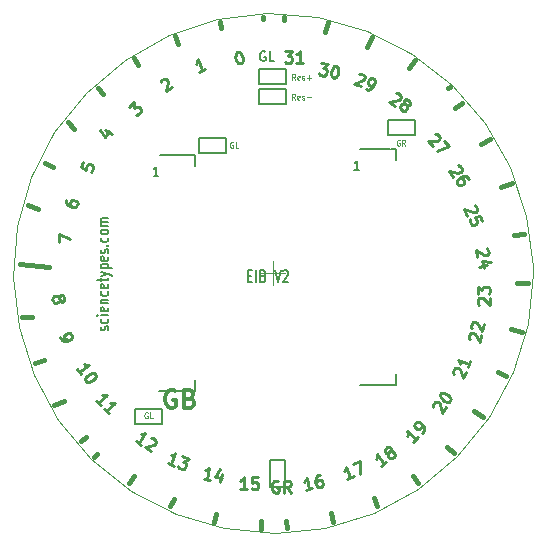
<source format=gto>
G04 (created by PCBNEW-RS274X (2012-apr-16-27)-stable) date Tue 25 Mar 2014 08:58:53 PM EDT*
G01*
G70*
G90*
%MOIN*%
G04 Gerber Fmt 3.4, Leading zero omitted, Abs format*
%FSLAX34Y34*%
G04 APERTURE LIST*
%ADD10C,0.006000*%
%ADD11C,0.007400*%
%ADD12C,0.015000*%
%ADD13C,0.000400*%
%ADD14C,0.005000*%
%ADD15C,0.007900*%
%ADD16C,0.004500*%
%ADD17C,0.012000*%
%ADD18C,0.009900*%
G04 APERTURE END LIST*
G54D10*
G54D11*
X33871Y-41276D02*
X33889Y-41248D01*
X33889Y-41192D01*
X33871Y-41163D01*
X33833Y-41149D01*
X33814Y-41149D01*
X33777Y-41163D01*
X33758Y-41192D01*
X33758Y-41234D01*
X33739Y-41262D01*
X33702Y-41276D01*
X33683Y-41276D01*
X33646Y-41262D01*
X33627Y-41234D01*
X33627Y-41192D01*
X33646Y-41163D01*
X33871Y-40896D02*
X33889Y-40924D01*
X33889Y-40981D01*
X33871Y-41009D01*
X33852Y-41023D01*
X33814Y-41037D01*
X33702Y-41037D01*
X33664Y-41023D01*
X33646Y-41009D01*
X33627Y-40981D01*
X33627Y-40924D01*
X33646Y-40896D01*
X33889Y-40770D02*
X33627Y-40770D01*
X33495Y-40770D02*
X33514Y-40784D01*
X33533Y-40770D01*
X33514Y-40756D01*
X33495Y-40770D01*
X33533Y-40770D01*
X33871Y-40517D02*
X33889Y-40545D01*
X33889Y-40602D01*
X33871Y-40630D01*
X33833Y-40644D01*
X33683Y-40644D01*
X33646Y-40630D01*
X33627Y-40602D01*
X33627Y-40545D01*
X33646Y-40517D01*
X33683Y-40503D01*
X33721Y-40503D01*
X33758Y-40644D01*
X33627Y-40377D02*
X33889Y-40377D01*
X33664Y-40377D02*
X33646Y-40363D01*
X33627Y-40335D01*
X33627Y-40292D01*
X33646Y-40264D01*
X33683Y-40250D01*
X33889Y-40250D01*
X33871Y-39983D02*
X33889Y-40011D01*
X33889Y-40068D01*
X33871Y-40096D01*
X33852Y-40110D01*
X33814Y-40124D01*
X33702Y-40124D01*
X33664Y-40110D01*
X33646Y-40096D01*
X33627Y-40068D01*
X33627Y-40011D01*
X33646Y-39983D01*
X33871Y-39744D02*
X33889Y-39772D01*
X33889Y-39829D01*
X33871Y-39857D01*
X33833Y-39871D01*
X33683Y-39871D01*
X33646Y-39857D01*
X33627Y-39829D01*
X33627Y-39772D01*
X33646Y-39744D01*
X33683Y-39730D01*
X33721Y-39730D01*
X33758Y-39871D01*
X33627Y-39646D02*
X33627Y-39534D01*
X33495Y-39604D02*
X33833Y-39604D01*
X33871Y-39590D01*
X33889Y-39562D01*
X33889Y-39534D01*
X33627Y-39463D02*
X33889Y-39393D01*
X33627Y-39322D02*
X33889Y-39393D01*
X33983Y-39421D01*
X34002Y-39435D01*
X34021Y-39463D01*
X33627Y-39210D02*
X34021Y-39210D01*
X33646Y-39210D02*
X33627Y-39182D01*
X33627Y-39125D01*
X33646Y-39097D01*
X33664Y-39083D01*
X33702Y-39069D01*
X33814Y-39069D01*
X33852Y-39083D01*
X33871Y-39097D01*
X33889Y-39125D01*
X33889Y-39182D01*
X33871Y-39210D01*
X33871Y-38830D02*
X33889Y-38858D01*
X33889Y-38915D01*
X33871Y-38943D01*
X33833Y-38957D01*
X33683Y-38957D01*
X33646Y-38943D01*
X33627Y-38915D01*
X33627Y-38858D01*
X33646Y-38830D01*
X33683Y-38816D01*
X33721Y-38816D01*
X33758Y-38957D01*
X33871Y-38704D02*
X33889Y-38676D01*
X33889Y-38620D01*
X33871Y-38591D01*
X33833Y-38577D01*
X33814Y-38577D01*
X33777Y-38591D01*
X33758Y-38620D01*
X33758Y-38662D01*
X33739Y-38690D01*
X33702Y-38704D01*
X33683Y-38704D01*
X33646Y-38690D01*
X33627Y-38662D01*
X33627Y-38620D01*
X33646Y-38591D01*
X33852Y-38451D02*
X33871Y-38437D01*
X33889Y-38451D01*
X33871Y-38465D01*
X33852Y-38451D01*
X33889Y-38451D01*
X33871Y-38184D02*
X33889Y-38212D01*
X33889Y-38269D01*
X33871Y-38297D01*
X33852Y-38311D01*
X33814Y-38325D01*
X33702Y-38325D01*
X33664Y-38311D01*
X33646Y-38297D01*
X33627Y-38269D01*
X33627Y-38212D01*
X33646Y-38184D01*
X33889Y-38016D02*
X33871Y-38044D01*
X33852Y-38058D01*
X33814Y-38072D01*
X33702Y-38072D01*
X33664Y-38058D01*
X33646Y-38044D01*
X33627Y-38016D01*
X33627Y-37973D01*
X33646Y-37945D01*
X33664Y-37931D01*
X33702Y-37917D01*
X33814Y-37917D01*
X33852Y-37931D01*
X33871Y-37945D01*
X33889Y-37973D01*
X33889Y-38016D01*
X33889Y-37791D02*
X33627Y-37791D01*
X33664Y-37791D02*
X33646Y-37777D01*
X33627Y-37749D01*
X33627Y-37706D01*
X33646Y-37678D01*
X33683Y-37664D01*
X33889Y-37664D01*
X33683Y-37664D02*
X33646Y-37650D01*
X33627Y-37622D01*
X33627Y-37580D01*
X33646Y-37552D01*
X33683Y-37538D01*
X33889Y-37538D01*
X38543Y-39461D02*
X38642Y-39461D01*
X38684Y-39667D02*
X38543Y-39667D01*
X38543Y-39273D01*
X38684Y-39273D01*
X38810Y-39667D02*
X38810Y-39273D01*
X39049Y-39461D02*
X39091Y-39480D01*
X39105Y-39499D01*
X39119Y-39536D01*
X39119Y-39592D01*
X39105Y-39630D01*
X39091Y-39649D01*
X39063Y-39667D01*
X38950Y-39667D01*
X38950Y-39273D01*
X39049Y-39273D01*
X39077Y-39292D01*
X39091Y-39311D01*
X39105Y-39349D01*
X39105Y-39386D01*
X39091Y-39424D01*
X39077Y-39442D01*
X39049Y-39461D01*
X38950Y-39461D01*
X39428Y-39273D02*
X39526Y-39667D01*
X39625Y-39273D01*
X39709Y-39311D02*
X39723Y-39292D01*
X39751Y-39273D01*
X39822Y-39273D01*
X39850Y-39292D01*
X39864Y-39311D01*
X39878Y-39349D01*
X39878Y-39386D01*
X39864Y-39442D01*
X39695Y-39667D01*
X39878Y-39667D01*
G54D12*
X41102Y-31339D02*
X41201Y-31004D01*
X42520Y-31831D02*
X42677Y-31516D01*
X43898Y-32520D02*
X44114Y-32283D01*
X45217Y-33209D02*
X45276Y-33150D01*
X45453Y-33878D02*
X45669Y-33701D01*
X46299Y-35079D02*
X46594Y-34902D01*
X46969Y-36496D02*
X47343Y-36378D01*
X47421Y-38091D02*
X47756Y-38051D01*
X47500Y-39705D02*
X47874Y-39705D01*
X47303Y-41220D02*
X47677Y-41319D01*
X46890Y-42657D02*
X47146Y-42815D01*
X46083Y-43976D02*
X46378Y-44154D01*
X45177Y-45177D02*
X45413Y-45374D01*
X44055Y-46142D02*
X44193Y-46378D01*
X42736Y-46870D02*
X42835Y-47126D01*
X41319Y-47382D02*
X41378Y-47657D01*
X39823Y-47638D02*
X39843Y-47874D01*
X38957Y-47894D02*
X38957Y-47874D01*
X38957Y-47638D02*
X38957Y-47894D01*
X37461Y-47402D02*
X37402Y-47657D01*
X36063Y-46890D02*
X35925Y-47146D01*
X34744Y-46142D02*
X34567Y-46358D01*
X33504Y-45413D02*
X33406Y-45512D01*
X33130Y-44823D02*
X32972Y-44961D01*
X32421Y-43622D02*
X32087Y-43760D01*
X31732Y-42283D02*
X31437Y-42382D01*
X31339Y-40827D02*
X31004Y-40846D01*
X31909Y-39173D02*
X30925Y-39075D01*
X31555Y-37244D02*
X31220Y-37106D01*
X32047Y-35827D02*
X31772Y-35689D01*
X32756Y-34567D02*
X32539Y-34331D01*
X33701Y-33406D02*
X33543Y-33189D01*
X34882Y-32441D02*
X34744Y-32205D01*
X36220Y-31732D02*
X36102Y-31457D01*
X37638Y-31201D02*
X37618Y-31004D01*
X39055Y-30906D02*
X39055Y-30827D01*
X39724Y-30945D02*
X39744Y-30846D01*
G54D13*
X38976Y-39370D02*
X39764Y-39370D01*
X39370Y-38976D02*
X39370Y-39764D01*
X48032Y-39370D02*
X47867Y-41052D01*
X47378Y-42670D01*
X46584Y-44163D01*
X45516Y-45473D01*
X44213Y-46551D01*
X42726Y-47355D01*
X41111Y-47855D01*
X39430Y-48031D01*
X37747Y-47878D01*
X36126Y-47401D01*
X34628Y-46618D01*
X33310Y-45558D01*
X32223Y-44263D01*
X31409Y-42782D01*
X30898Y-41170D01*
X30709Y-39490D01*
X30851Y-37807D01*
X31317Y-36182D01*
X32090Y-34678D01*
X33140Y-33353D01*
X34427Y-32258D01*
X35903Y-31433D01*
X37510Y-30911D01*
X39189Y-30710D01*
X40874Y-30840D01*
X42502Y-31295D01*
X44011Y-32057D01*
X45343Y-33098D01*
X46448Y-34377D01*
X47283Y-35847D01*
X47816Y-37451D01*
X48028Y-39129D01*
X48032Y-39370D01*
G54D14*
X38910Y-33234D02*
X39810Y-33234D01*
X39810Y-33234D02*
X39810Y-33734D01*
X39810Y-33734D02*
X38910Y-33734D01*
X38910Y-33734D02*
X38910Y-33234D01*
X38910Y-32575D02*
X39810Y-32575D01*
X39810Y-32575D02*
X39810Y-33075D01*
X39810Y-33075D02*
X38910Y-33075D01*
X38910Y-33075D02*
X38910Y-32575D01*
X44092Y-34778D02*
X43192Y-34778D01*
X43192Y-34778D02*
X43192Y-34278D01*
X43192Y-34278D02*
X44092Y-34278D01*
X44092Y-34278D02*
X44092Y-34778D01*
X37793Y-35368D02*
X36893Y-35368D01*
X36893Y-35368D02*
X36893Y-34868D01*
X36893Y-34868D02*
X37793Y-34868D01*
X37793Y-34868D02*
X37793Y-35368D01*
X35667Y-44384D02*
X34767Y-44384D01*
X34767Y-44384D02*
X34767Y-43884D01*
X34767Y-43884D02*
X35667Y-43884D01*
X35667Y-43884D02*
X35667Y-44384D01*
X39258Y-46513D02*
X39258Y-45613D01*
X39258Y-45613D02*
X39758Y-45613D01*
X39758Y-45613D02*
X39758Y-46513D01*
X39758Y-46513D02*
X39258Y-46513D01*
G54D15*
X36615Y-43307D02*
X35571Y-43307D01*
X36595Y-35433D02*
X35591Y-35433D01*
X35512Y-36122D02*
X35532Y-36122D01*
X35394Y-36122D02*
X35512Y-36122D01*
X35473Y-35826D02*
X35414Y-35886D01*
X35473Y-35846D02*
X35473Y-36102D01*
X36772Y-43306D02*
X36772Y-42932D01*
X36615Y-43306D02*
X36772Y-43306D01*
X36615Y-35433D02*
X36772Y-35433D01*
X36772Y-35433D02*
X36772Y-35807D01*
X43308Y-43110D02*
X42264Y-43110D01*
X43288Y-35236D02*
X42284Y-35236D01*
X42205Y-35925D02*
X42225Y-35925D01*
X42087Y-35925D02*
X42205Y-35925D01*
X42166Y-35629D02*
X42107Y-35689D01*
X42166Y-35649D02*
X42166Y-35905D01*
X43465Y-43109D02*
X43465Y-42735D01*
X43308Y-43109D02*
X43465Y-43109D01*
X43308Y-35236D02*
X43465Y-35236D01*
X43465Y-35236D02*
X43465Y-35610D01*
G54D16*
X40120Y-33584D02*
X40060Y-33489D01*
X40017Y-33584D02*
X40017Y-33384D01*
X40085Y-33384D01*
X40103Y-33393D01*
X40111Y-33403D01*
X40120Y-33422D01*
X40120Y-33451D01*
X40111Y-33470D01*
X40103Y-33479D01*
X40085Y-33489D01*
X40017Y-33489D01*
X40265Y-33574D02*
X40248Y-33584D01*
X40214Y-33584D01*
X40197Y-33574D01*
X40188Y-33555D01*
X40188Y-33479D01*
X40197Y-33460D01*
X40214Y-33451D01*
X40248Y-33451D01*
X40265Y-33460D01*
X40274Y-33479D01*
X40274Y-33498D01*
X40188Y-33517D01*
X40342Y-33574D02*
X40359Y-33584D01*
X40394Y-33584D01*
X40411Y-33574D01*
X40419Y-33555D01*
X40419Y-33546D01*
X40411Y-33527D01*
X40394Y-33517D01*
X40368Y-33517D01*
X40351Y-33508D01*
X40342Y-33489D01*
X40342Y-33479D01*
X40351Y-33460D01*
X40368Y-33451D01*
X40394Y-33451D01*
X40411Y-33460D01*
X40497Y-33508D02*
X40634Y-33508D01*
X40120Y-32926D02*
X40060Y-32831D01*
X40017Y-32926D02*
X40017Y-32726D01*
X40085Y-32726D01*
X40103Y-32735D01*
X40111Y-32745D01*
X40120Y-32764D01*
X40120Y-32793D01*
X40111Y-32812D01*
X40103Y-32821D01*
X40085Y-32831D01*
X40017Y-32831D01*
X40265Y-32916D02*
X40248Y-32926D01*
X40214Y-32926D01*
X40197Y-32916D01*
X40188Y-32897D01*
X40188Y-32821D01*
X40197Y-32802D01*
X40214Y-32793D01*
X40248Y-32793D01*
X40265Y-32802D01*
X40274Y-32821D01*
X40274Y-32840D01*
X40188Y-32859D01*
X40342Y-32916D02*
X40359Y-32926D01*
X40394Y-32926D01*
X40411Y-32916D01*
X40419Y-32897D01*
X40419Y-32888D01*
X40411Y-32869D01*
X40394Y-32859D01*
X40368Y-32859D01*
X40351Y-32850D01*
X40342Y-32831D01*
X40342Y-32821D01*
X40351Y-32802D01*
X40368Y-32793D01*
X40394Y-32793D01*
X40411Y-32802D01*
X40497Y-32850D02*
X40634Y-32850D01*
X40565Y-32926D02*
X40565Y-32774D01*
G54D17*
X36117Y-43293D02*
X36060Y-43265D01*
X35974Y-43265D01*
X35889Y-43293D01*
X35831Y-43351D01*
X35803Y-43408D01*
X35774Y-43522D01*
X35774Y-43608D01*
X35803Y-43722D01*
X35831Y-43779D01*
X35889Y-43836D01*
X35974Y-43865D01*
X36031Y-43865D01*
X36117Y-43836D01*
X36146Y-43808D01*
X36146Y-43608D01*
X36031Y-43608D01*
X36603Y-43551D02*
X36689Y-43579D01*
X36717Y-43608D01*
X36746Y-43665D01*
X36746Y-43751D01*
X36717Y-43808D01*
X36689Y-43836D01*
X36631Y-43865D01*
X36403Y-43865D01*
X36403Y-43265D01*
X36603Y-43265D01*
X36660Y-43293D01*
X36689Y-43322D01*
X36717Y-43379D01*
X36717Y-43436D01*
X36689Y-43493D01*
X36660Y-43522D01*
X36603Y-43551D01*
X36403Y-43551D01*
G54D18*
X39552Y-46310D02*
X39515Y-46291D01*
X39458Y-46291D01*
X39402Y-46310D01*
X39365Y-46348D01*
X39346Y-46385D01*
X39327Y-46460D01*
X39327Y-46517D01*
X39346Y-46592D01*
X39365Y-46629D01*
X39402Y-46667D01*
X39458Y-46685D01*
X39496Y-46685D01*
X39552Y-46667D01*
X39571Y-46648D01*
X39571Y-46517D01*
X39496Y-46517D01*
X39965Y-46685D02*
X39834Y-46498D01*
X39740Y-46685D02*
X39740Y-46291D01*
X39890Y-46291D01*
X39927Y-46310D01*
X39946Y-46329D01*
X39965Y-46367D01*
X39965Y-46423D01*
X39946Y-46460D01*
X39927Y-46479D01*
X39890Y-46498D01*
X39740Y-46498D01*
G54D16*
X43599Y-34930D02*
X43582Y-34921D01*
X43556Y-34921D01*
X43531Y-34930D01*
X43513Y-34950D01*
X43505Y-34969D01*
X43496Y-35007D01*
X43496Y-35035D01*
X43505Y-35073D01*
X43513Y-35092D01*
X43531Y-35111D01*
X43556Y-35121D01*
X43573Y-35121D01*
X43599Y-35111D01*
X43608Y-35102D01*
X43608Y-35035D01*
X43573Y-35035D01*
X43788Y-35121D02*
X43728Y-35026D01*
X43685Y-35121D02*
X43685Y-34921D01*
X43753Y-34921D01*
X43771Y-34930D01*
X43779Y-34940D01*
X43788Y-34959D01*
X43788Y-34988D01*
X43779Y-35007D01*
X43771Y-35016D01*
X43753Y-35026D01*
X43685Y-35026D01*
X38046Y-35008D02*
X38029Y-34999D01*
X38003Y-34999D01*
X37978Y-35008D01*
X37960Y-35028D01*
X37952Y-35047D01*
X37943Y-35085D01*
X37943Y-35113D01*
X37952Y-35151D01*
X37960Y-35170D01*
X37978Y-35189D01*
X38003Y-35199D01*
X38020Y-35199D01*
X38046Y-35189D01*
X38055Y-35180D01*
X38055Y-35113D01*
X38020Y-35113D01*
X38218Y-35199D02*
X38132Y-35199D01*
X38132Y-34999D01*
X35191Y-44024D02*
X35174Y-44015D01*
X35148Y-44015D01*
X35123Y-44024D01*
X35105Y-44044D01*
X35097Y-44063D01*
X35088Y-44101D01*
X35088Y-44129D01*
X35097Y-44167D01*
X35105Y-44186D01*
X35123Y-44205D01*
X35148Y-44215D01*
X35165Y-44215D01*
X35191Y-44205D01*
X35200Y-44196D01*
X35200Y-44129D01*
X35165Y-44129D01*
X35363Y-44215D02*
X35277Y-44215D01*
X35277Y-44015D01*
G54D18*
X33776Y-34604D02*
X33993Y-34749D01*
X33599Y-34598D02*
X33780Y-34833D01*
X33916Y-34630D01*
X38508Y-46576D02*
X38283Y-46576D01*
X38396Y-46576D02*
X38396Y-46182D01*
X38358Y-46239D01*
X38321Y-46276D01*
X38283Y-46295D01*
X38864Y-46182D02*
X38677Y-46182D01*
X38658Y-46370D01*
X38677Y-46351D01*
X38714Y-46333D01*
X38808Y-46333D01*
X38846Y-46351D01*
X38864Y-46370D01*
X38883Y-46408D01*
X38883Y-46501D01*
X38864Y-46539D01*
X38846Y-46558D01*
X38808Y-46576D01*
X38714Y-46576D01*
X38677Y-46558D01*
X38658Y-46539D01*
X37277Y-46263D02*
X37057Y-46219D01*
X37167Y-46241D02*
X37245Y-45855D01*
X37196Y-45903D01*
X37153Y-45932D01*
X37112Y-45944D01*
X37660Y-46073D02*
X37609Y-46329D01*
X37597Y-45907D02*
X37450Y-46164D01*
X37689Y-46212D01*
X36071Y-45787D02*
X35863Y-45701D01*
X35967Y-45744D02*
X36118Y-45380D01*
X36061Y-45418D01*
X36013Y-45438D01*
X35971Y-45441D01*
X36343Y-45473D02*
X36568Y-45567D01*
X36389Y-45656D01*
X36441Y-45677D01*
X36469Y-45709D01*
X36479Y-45733D01*
X36482Y-45775D01*
X36446Y-45861D01*
X36414Y-45889D01*
X36390Y-45900D01*
X36348Y-45902D01*
X36245Y-45859D01*
X36216Y-45828D01*
X36206Y-45803D01*
X34987Y-45090D02*
X34800Y-44965D01*
X34894Y-45028D02*
X35113Y-44701D01*
X35050Y-44727D01*
X34999Y-44737D01*
X34957Y-44732D01*
X35310Y-44878D02*
X35336Y-44873D01*
X35378Y-44878D01*
X35456Y-44930D01*
X35477Y-44967D01*
X35481Y-44993D01*
X35476Y-45035D01*
X35455Y-45066D01*
X35408Y-45101D01*
X35096Y-45163D01*
X35299Y-45299D01*
X33634Y-43779D02*
X33474Y-43620D01*
X33554Y-43700D02*
X33833Y-43422D01*
X33766Y-43435D01*
X33713Y-43435D01*
X33673Y-43422D01*
X33899Y-44045D02*
X33740Y-43885D01*
X33820Y-43965D02*
X34098Y-43687D01*
X34031Y-43700D01*
X33979Y-43700D01*
X33938Y-43687D01*
X32976Y-42743D02*
X32851Y-42556D01*
X32914Y-42650D02*
X33242Y-42431D01*
X33173Y-42431D01*
X33122Y-42421D01*
X33085Y-42400D01*
X33439Y-42727D02*
X33460Y-42758D01*
X33465Y-42800D01*
X33460Y-42826D01*
X33438Y-42863D01*
X33386Y-42920D01*
X33309Y-42972D01*
X33236Y-42997D01*
X33194Y-43003D01*
X33168Y-42998D01*
X33132Y-42977D01*
X33111Y-42946D01*
X33105Y-42904D01*
X33111Y-42879D01*
X33132Y-42842D01*
X33184Y-42784D01*
X33261Y-42733D01*
X33334Y-42707D01*
X33377Y-42702D01*
X33402Y-42706D01*
X33439Y-42727D01*
X32266Y-41508D02*
X32294Y-41578D01*
X32325Y-41605D01*
X32350Y-41615D01*
X32416Y-41628D01*
X32493Y-41617D01*
X32631Y-41560D01*
X32659Y-41527D01*
X32670Y-41504D01*
X32673Y-41461D01*
X32644Y-41392D01*
X32612Y-41365D01*
X32587Y-41355D01*
X32545Y-41352D01*
X32459Y-41387D01*
X32431Y-41419D01*
X32421Y-41444D01*
X32419Y-41485D01*
X32447Y-41555D01*
X32478Y-41583D01*
X32503Y-41592D01*
X32545Y-41595D01*
X32243Y-40187D02*
X32253Y-40147D01*
X32268Y-40125D01*
X32302Y-40099D01*
X32319Y-40095D01*
X32360Y-40107D01*
X32383Y-40121D01*
X32408Y-40154D01*
X32423Y-40228D01*
X32412Y-40269D01*
X32397Y-40290D01*
X32363Y-40316D01*
X32345Y-40319D01*
X32304Y-40308D01*
X32282Y-40294D01*
X32257Y-40260D01*
X32243Y-40187D01*
X32217Y-40154D01*
X32194Y-40139D01*
X32154Y-40128D01*
X32081Y-40142D01*
X32047Y-40168D01*
X32032Y-40191D01*
X32022Y-40231D01*
X32036Y-40304D01*
X32061Y-40338D01*
X32084Y-40352D01*
X32125Y-40363D01*
X32198Y-40349D01*
X32231Y-40323D01*
X32246Y-40301D01*
X32257Y-40260D01*
X32226Y-38340D02*
X32226Y-38077D01*
X32620Y-38246D01*
X32481Y-36926D02*
X32467Y-37000D01*
X32478Y-37041D01*
X32493Y-37063D01*
X32541Y-37111D01*
X32610Y-37144D01*
X32757Y-37173D01*
X32798Y-37162D01*
X32821Y-37147D01*
X32846Y-37114D01*
X32860Y-37041D01*
X32850Y-37000D01*
X32835Y-36979D01*
X32802Y-36953D01*
X32710Y-36934D01*
X32669Y-36946D01*
X32647Y-36960D01*
X32622Y-36993D01*
X32607Y-37067D01*
X32618Y-37107D01*
X32633Y-37129D01*
X32666Y-37155D01*
X33047Y-35669D02*
X32975Y-35842D01*
X33142Y-35931D01*
X33131Y-35907D01*
X33129Y-35866D01*
X33165Y-35779D01*
X33196Y-35751D01*
X33221Y-35741D01*
X33263Y-35738D01*
X33349Y-35774D01*
X33377Y-35806D01*
X33387Y-35830D01*
X33389Y-35872D01*
X33353Y-35959D01*
X33323Y-35986D01*
X33298Y-35996D01*
X34564Y-33843D02*
X34737Y-33671D01*
X34751Y-33870D01*
X34790Y-33831D01*
X34830Y-33817D01*
X34856Y-33817D01*
X34897Y-33831D01*
X34962Y-33896D01*
X34976Y-33937D01*
X34976Y-33963D01*
X34962Y-34003D01*
X34883Y-34082D01*
X34844Y-34096D01*
X34817Y-34096D01*
X35625Y-33008D02*
X35630Y-32982D01*
X35650Y-32946D01*
X35728Y-32893D01*
X35770Y-32888D01*
X35796Y-32894D01*
X35833Y-32915D01*
X35853Y-32946D01*
X35869Y-33003D01*
X35806Y-33315D01*
X36009Y-33180D01*
X37114Y-32565D02*
X36906Y-32651D01*
X37011Y-32608D02*
X36860Y-32244D01*
X36847Y-32311D01*
X36827Y-32359D01*
X36799Y-32391D01*
X38185Y-31997D02*
X38221Y-31990D01*
X38262Y-32001D01*
X38284Y-32016D01*
X38309Y-32050D01*
X38343Y-32120D01*
X38361Y-32211D01*
X38357Y-32288D01*
X38346Y-32329D01*
X38331Y-32351D01*
X38298Y-32376D01*
X38261Y-32383D01*
X38220Y-32373D01*
X38199Y-32358D01*
X38173Y-32324D01*
X38140Y-32255D01*
X38122Y-32163D01*
X38126Y-32086D01*
X38137Y-32045D01*
X38151Y-32023D01*
X38185Y-31997D01*
X40973Y-32364D02*
X41213Y-32412D01*
X41054Y-32534D01*
X41109Y-32545D01*
X41143Y-32570D01*
X41157Y-32592D01*
X41168Y-32633D01*
X41150Y-32725D01*
X41124Y-32758D01*
X41103Y-32773D01*
X41062Y-32784D01*
X40952Y-32762D01*
X40918Y-32736D01*
X40903Y-32714D01*
X41452Y-32460D02*
X41488Y-32467D01*
X41522Y-32493D01*
X41537Y-32515D01*
X41547Y-32556D01*
X41551Y-32633D01*
X41532Y-32725D01*
X41499Y-32794D01*
X41474Y-32828D01*
X41452Y-32843D01*
X41411Y-32853D01*
X41375Y-32846D01*
X41341Y-32821D01*
X41327Y-32799D01*
X41316Y-32758D01*
X41312Y-32681D01*
X41330Y-32589D01*
X41363Y-32520D01*
X41389Y-32486D01*
X41411Y-32471D01*
X41452Y-32460D01*
X40684Y-46549D02*
X40464Y-46592D01*
X40574Y-46570D02*
X40498Y-46184D01*
X40472Y-46247D01*
X40443Y-46291D01*
X40409Y-46317D01*
X40939Y-46096D02*
X40866Y-46111D01*
X40832Y-46137D01*
X40817Y-46159D01*
X40792Y-46221D01*
X40788Y-46299D01*
X40817Y-46446D01*
X40843Y-46479D01*
X40865Y-46494D01*
X40905Y-46505D01*
X40979Y-46490D01*
X41012Y-46465D01*
X41026Y-46443D01*
X41038Y-46402D01*
X41020Y-46311D01*
X40994Y-46277D01*
X40972Y-46262D01*
X40931Y-46252D01*
X40858Y-46266D01*
X40825Y-46291D01*
X40810Y-46314D01*
X40799Y-46355D01*
X42059Y-46141D02*
X41851Y-46227D01*
X41955Y-46183D02*
X41804Y-45819D01*
X41791Y-45887D01*
X41771Y-45935D01*
X41743Y-45967D01*
X42029Y-45726D02*
X42272Y-45626D01*
X42266Y-46054D01*
X43156Y-45666D02*
X42969Y-45791D01*
X43063Y-45728D02*
X42844Y-45400D01*
X42844Y-45469D01*
X42834Y-45520D01*
X42813Y-45557D01*
X43218Y-45354D02*
X43177Y-45359D01*
X43151Y-45354D01*
X43114Y-45333D01*
X43104Y-45318D01*
X43099Y-45276D01*
X43104Y-45250D01*
X43124Y-45213D01*
X43187Y-45172D01*
X43229Y-45166D01*
X43254Y-45172D01*
X43291Y-45193D01*
X43301Y-45208D01*
X43307Y-45250D01*
X43302Y-45276D01*
X43281Y-45312D01*
X43218Y-45354D01*
X43198Y-45390D01*
X43193Y-45417D01*
X43197Y-45458D01*
X43239Y-45520D01*
X43276Y-45541D01*
X43302Y-45547D01*
X43343Y-45541D01*
X43405Y-45499D01*
X43427Y-45463D01*
X43431Y-45438D01*
X43426Y-45395D01*
X43385Y-45333D01*
X43348Y-45313D01*
X43323Y-45307D01*
X43281Y-45312D01*
X44213Y-44830D02*
X44054Y-44990D01*
X44134Y-44910D02*
X43856Y-44631D01*
X43869Y-44698D01*
X43869Y-44751D01*
X43856Y-44791D01*
X44346Y-44698D02*
X44399Y-44644D01*
X44413Y-44606D01*
X44413Y-44579D01*
X44399Y-44513D01*
X44360Y-44447D01*
X44254Y-44340D01*
X44213Y-44327D01*
X44187Y-44326D01*
X44147Y-44340D01*
X44094Y-44393D01*
X44081Y-44432D01*
X44081Y-44459D01*
X44095Y-44500D01*
X44160Y-44565D01*
X44201Y-44579D01*
X44228Y-44579D01*
X44266Y-44565D01*
X44319Y-44512D01*
X44334Y-44473D01*
X44333Y-44447D01*
X44319Y-44406D01*
X44707Y-43821D02*
X44702Y-43794D01*
X44707Y-43753D01*
X44759Y-43675D01*
X44796Y-43654D01*
X44822Y-43650D01*
X44864Y-43655D01*
X44895Y-43675D01*
X44931Y-43722D01*
X44993Y-44035D01*
X45128Y-43832D01*
X44937Y-43410D02*
X44957Y-43379D01*
X44994Y-43358D01*
X45021Y-43353D01*
X45062Y-43359D01*
X45135Y-43385D01*
X45212Y-43437D01*
X45264Y-43494D01*
X45286Y-43530D01*
X45291Y-43557D01*
X45285Y-43598D01*
X45264Y-43629D01*
X45228Y-43651D01*
X45202Y-43655D01*
X45160Y-43650D01*
X45087Y-43624D01*
X45010Y-43572D01*
X44958Y-43514D01*
X44937Y-43478D01*
X44931Y-43452D01*
X44937Y-43410D01*
X45392Y-42723D02*
X45382Y-42698D01*
X45379Y-42656D01*
X45414Y-42570D01*
X45447Y-42542D01*
X45471Y-42532D01*
X45513Y-42529D01*
X45548Y-42544D01*
X45592Y-42583D01*
X45714Y-42877D01*
X45807Y-42651D01*
X45951Y-42305D02*
X45865Y-42513D01*
X45908Y-42408D02*
X45544Y-42257D01*
X45582Y-42314D01*
X45602Y-42363D01*
X45605Y-42405D01*
X45929Y-41575D02*
X45914Y-41552D01*
X45903Y-41512D01*
X45921Y-41420D01*
X45947Y-41387D01*
X45969Y-41373D01*
X46010Y-41361D01*
X46047Y-41369D01*
X46098Y-41398D01*
X46274Y-41663D01*
X46322Y-41424D01*
X46003Y-41207D02*
X45988Y-41184D01*
X45976Y-41144D01*
X45995Y-41052D01*
X46021Y-41019D01*
X46043Y-41005D01*
X46084Y-40994D01*
X46120Y-41001D01*
X46171Y-41031D01*
X46348Y-41295D01*
X46396Y-41056D01*
X46240Y-40418D02*
X46221Y-40399D01*
X46202Y-40362D01*
X46202Y-40268D01*
X46221Y-40230D01*
X46240Y-40212D01*
X46278Y-40193D01*
X46315Y-40193D01*
X46371Y-40212D01*
X46596Y-40437D01*
X46596Y-40193D01*
X46202Y-40062D02*
X46202Y-39818D01*
X46353Y-39949D01*
X46353Y-39893D01*
X46371Y-39855D01*
X46390Y-39837D01*
X46428Y-39818D01*
X46521Y-39818D01*
X46559Y-39837D01*
X46578Y-39855D01*
X46596Y-39893D01*
X46596Y-40005D01*
X46578Y-40043D01*
X46559Y-40062D01*
X46493Y-38545D02*
X46515Y-38560D01*
X46541Y-38593D01*
X46559Y-38685D01*
X46548Y-38726D01*
X46533Y-38748D01*
X46499Y-38774D01*
X46463Y-38781D01*
X46404Y-38773D01*
X46140Y-38596D01*
X46187Y-38835D01*
X46510Y-39116D02*
X46253Y-39167D01*
X46639Y-38995D02*
X46345Y-38957D01*
X46392Y-39196D01*
X46091Y-37108D02*
X46116Y-37119D01*
X46148Y-37146D01*
X46184Y-37232D01*
X46181Y-37275D01*
X46170Y-37299D01*
X46142Y-37331D01*
X46108Y-37345D01*
X46049Y-37349D01*
X45755Y-37227D01*
X45848Y-37453D01*
X46349Y-37631D02*
X46277Y-37458D01*
X46096Y-37512D01*
X46121Y-37523D01*
X46152Y-37550D01*
X46188Y-37637D01*
X46186Y-37679D01*
X46175Y-37703D01*
X46147Y-37735D01*
X46061Y-37770D01*
X46019Y-37767D01*
X45994Y-37758D01*
X45963Y-37730D01*
X45927Y-37643D01*
X45930Y-37602D01*
X45940Y-37577D01*
X45548Y-35783D02*
X45575Y-35788D01*
X45611Y-35809D01*
X45663Y-35887D01*
X45669Y-35929D01*
X45663Y-35954D01*
X45642Y-35991D01*
X45611Y-36012D01*
X45554Y-36027D01*
X45242Y-35965D01*
X45377Y-36168D01*
X45892Y-36230D02*
X45851Y-36168D01*
X45814Y-36147D01*
X45788Y-36142D01*
X45720Y-36142D01*
X45648Y-36168D01*
X45523Y-36251D01*
X45502Y-36288D01*
X45496Y-36314D01*
X45502Y-36355D01*
X45544Y-36417D01*
X45580Y-36439D01*
X45605Y-36443D01*
X45648Y-36438D01*
X45725Y-36387D01*
X45746Y-36350D01*
X45752Y-36324D01*
X45746Y-36283D01*
X45704Y-36220D01*
X45669Y-36199D01*
X45642Y-36194D01*
X45600Y-36199D01*
X44789Y-34728D02*
X44816Y-34728D01*
X44856Y-34740D01*
X44922Y-34807D01*
X44936Y-34847D01*
X44935Y-34873D01*
X44921Y-34914D01*
X44895Y-34940D01*
X44842Y-34966D01*
X44524Y-34966D01*
X44697Y-35138D01*
X45068Y-34952D02*
X45254Y-35138D01*
X44856Y-35297D01*
X43462Y-33369D02*
X43489Y-33364D01*
X43530Y-33369D01*
X43608Y-33421D01*
X43629Y-33458D01*
X43633Y-33484D01*
X43628Y-33526D01*
X43608Y-33557D01*
X43561Y-33593D01*
X43248Y-33655D01*
X43451Y-33790D01*
X43763Y-33729D02*
X43743Y-33693D01*
X43737Y-33667D01*
X43743Y-33625D01*
X43753Y-33610D01*
X43790Y-33589D01*
X43816Y-33583D01*
X43857Y-33588D01*
X43920Y-33630D01*
X43941Y-33667D01*
X43945Y-33693D01*
X43940Y-33735D01*
X43930Y-33750D01*
X43893Y-33771D01*
X43867Y-33777D01*
X43826Y-33770D01*
X43763Y-33729D01*
X43722Y-33724D01*
X43696Y-33729D01*
X43659Y-33749D01*
X43618Y-33812D01*
X43612Y-33854D01*
X43617Y-33880D01*
X43638Y-33916D01*
X43701Y-33957D01*
X43742Y-33963D01*
X43768Y-33958D01*
X43805Y-33937D01*
X43846Y-33874D01*
X43851Y-33833D01*
X43847Y-33807D01*
X43826Y-33770D01*
X39760Y-31970D02*
X40004Y-31970D01*
X39873Y-32121D01*
X39929Y-32121D01*
X39967Y-32139D01*
X39985Y-32158D01*
X40004Y-32196D01*
X40004Y-32289D01*
X39985Y-32327D01*
X39967Y-32346D01*
X39929Y-32364D01*
X39817Y-32364D01*
X39779Y-32346D01*
X39760Y-32327D01*
X40379Y-32364D02*
X40154Y-32364D01*
X40267Y-32364D02*
X40267Y-31970D01*
X40229Y-32027D01*
X40192Y-32064D01*
X40154Y-32083D01*
G54D15*
X39109Y-31992D02*
X39079Y-31977D01*
X39034Y-31977D01*
X38989Y-31992D01*
X38959Y-32022D01*
X38944Y-32052D01*
X38929Y-32112D01*
X38929Y-32157D01*
X38944Y-32217D01*
X38959Y-32247D01*
X38989Y-32277D01*
X39034Y-32292D01*
X39064Y-32292D01*
X39109Y-32277D01*
X39124Y-32262D01*
X39124Y-32157D01*
X39064Y-32157D01*
X39409Y-32292D02*
X39259Y-32292D01*
X39259Y-31977D01*
G54D18*
X42239Y-32734D02*
X42264Y-32724D01*
X42306Y-32721D01*
X42392Y-32756D01*
X42420Y-32789D01*
X42430Y-32813D01*
X42433Y-32855D01*
X42418Y-32890D01*
X42379Y-32934D01*
X42085Y-33056D01*
X42311Y-33149D01*
X42485Y-33221D02*
X42554Y-33250D01*
X42595Y-33247D01*
X42620Y-33237D01*
X42675Y-33200D01*
X42722Y-33137D01*
X42779Y-32999D01*
X42776Y-32957D01*
X42767Y-32932D01*
X42739Y-32900D01*
X42670Y-32871D01*
X42628Y-32875D01*
X42603Y-32885D01*
X42571Y-32913D01*
X42536Y-32999D01*
X42539Y-33041D01*
X42549Y-33066D01*
X42576Y-33097D01*
X42645Y-33125D01*
X42687Y-33123D01*
X42711Y-33113D01*
X42743Y-33085D01*
M02*

</source>
